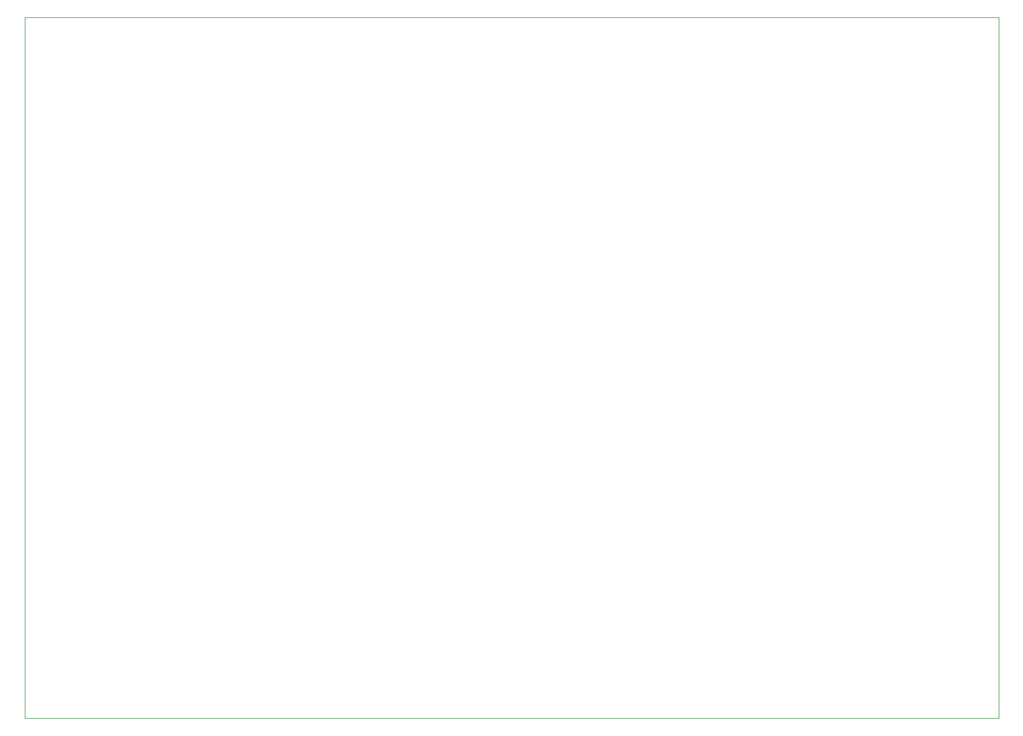
<source format=gbr>
%TF.GenerationSoftware,KiCad,Pcbnew,7.0.10*%
%TF.CreationDate,2024-04-02T19:18:08+05:30*%
%TF.ProjectId,amp,616d702e-6b69-4636-9164-5f7063625858,rev?*%
%TF.SameCoordinates,Original*%
%TF.FileFunction,Profile,NP*%
%FSLAX46Y46*%
G04 Gerber Fmt 4.6, Leading zero omitted, Abs format (unit mm)*
G04 Created by KiCad (PCBNEW 7.0.10) date 2024-04-02 19:18:08*
%MOMM*%
%LPD*%
G01*
G04 APERTURE LIST*
%TA.AperFunction,Profile*%
%ADD10C,0.100000*%
%TD*%
G04 APERTURE END LIST*
D10*
X32258000Y-48796000D02*
X175006000Y-48796000D01*
X175006000Y-151384000D01*
X32258000Y-151384000D01*
X32258000Y-48796000D01*
M02*

</source>
